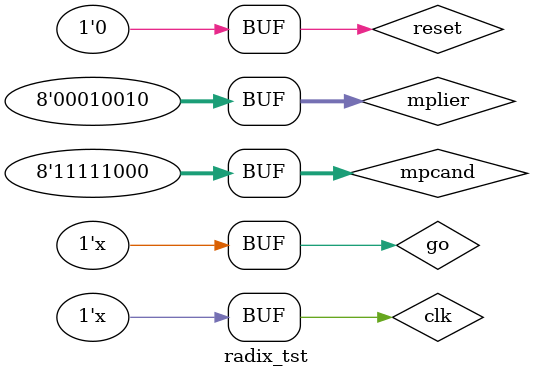
<source format=v>
`timescale 1ns / 1ps


module radix_tst;

	// Inputs
	reg [7:0] mplier;
	reg [7:0] mpcand;
	reg go;
	reg clk;
	reg reset;

	// Outputs
	wire [15:0] pdt;
	wire over;

	// Instantiate the Unit Under Test (UUT)
	radix_4booth uut (
		.mplier(mplier), 
		.mpcand(mpcand), 
		.go(go), 
		.clk(clk), 
		.pdt(pdt), 
		.over(over), 
		.reset(reset)
	);

	initial begin
		mplier = 13;
		mpcand = 27;
		go = 0;
		clk = 0;
		reset = 1;
		#2 reset = 0;
		
		#25 mplier = 25;
		mpcand = -7;
		reset = 1;
		#2 reset = 0;

		#25 mplier = -18;
		mpcand = 17;
		reset = 1;
		#2 reset = 0;

		#25 mplier = -19;
		mpcand = -33;
		reset = 1;
		#2 reset = 0;

		#25 mplier = 0;
		mpcand = 5;
		reset = 1;
		#2 reset = 0;

		#25 mplier = 18;
		mpcand = -8;
		reset = 1;
		#2 reset = 0;

	end

	always #1 clk=~clk;      
	always #6 go=~go;      

endmodule


</source>
